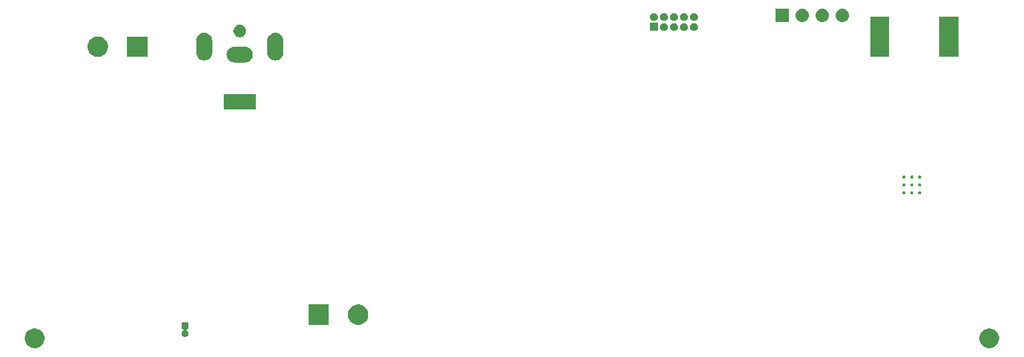
<source format=gbs>
G04 #@! TF.GenerationSoftware,KiCad,Pcbnew,5.0.2-5.0.2*
G04 #@! TF.CreationDate,2019-03-08T22:42:58+01:00*
G04 #@! TF.ProjectId,motherboard,6d6f7468-6572-4626-9f61-72642e6b6963,rev?*
G04 #@! TF.SameCoordinates,Original*
G04 #@! TF.FileFunction,Soldermask,Bot*
G04 #@! TF.FilePolarity,Negative*
%FSLAX46Y46*%
G04 Gerber Fmt 4.6, Leading zero omitted, Abs format (unit mm)*
G04 Created by KiCad (PCBNEW 5.0.2-5.0.2) date Fri 08 Mar 2019 10:42:58 PM CET*
%MOMM*%
%LPD*%
G01*
G04 APERTURE LIST*
%ADD10C,0.100000*%
G04 APERTURE END LIST*
D10*
G36*
X185364612Y-120798037D02*
X185592096Y-120892264D01*
X185796831Y-121029064D01*
X185970936Y-121203169D01*
X186107736Y-121407904D01*
X186201963Y-121635388D01*
X186250000Y-121876885D01*
X186250000Y-122123115D01*
X186201963Y-122364612D01*
X186107736Y-122592096D01*
X185970936Y-122796831D01*
X185796831Y-122970936D01*
X185592096Y-123107736D01*
X185364612Y-123201963D01*
X185123115Y-123250000D01*
X184876885Y-123250000D01*
X184635388Y-123201963D01*
X184407904Y-123107736D01*
X184203169Y-122970936D01*
X184029064Y-122796831D01*
X183892264Y-122592096D01*
X183798037Y-122364612D01*
X183750000Y-122123115D01*
X183750000Y-121876885D01*
X183798037Y-121635388D01*
X183892264Y-121407904D01*
X184029064Y-121203169D01*
X184203169Y-121029064D01*
X184407904Y-120892264D01*
X184635388Y-120798037D01*
X184876885Y-120750000D01*
X185123115Y-120750000D01*
X185364612Y-120798037D01*
X185364612Y-120798037D01*
G37*
G36*
X64364612Y-120798037D02*
X64592096Y-120892264D01*
X64796831Y-121029064D01*
X64970936Y-121203169D01*
X65107736Y-121407904D01*
X65201963Y-121635388D01*
X65250000Y-121876885D01*
X65250000Y-122123115D01*
X65201963Y-122364612D01*
X65107736Y-122592096D01*
X64970936Y-122796831D01*
X64796831Y-122970936D01*
X64592096Y-123107736D01*
X64364612Y-123201963D01*
X64123115Y-123250000D01*
X63876885Y-123250000D01*
X63635388Y-123201963D01*
X63407904Y-123107736D01*
X63203169Y-122970936D01*
X63029064Y-122796831D01*
X62892264Y-122592096D01*
X62798037Y-122364612D01*
X62750000Y-122123115D01*
X62750000Y-121876885D01*
X62798037Y-121635388D01*
X62892264Y-121407904D01*
X63029064Y-121203169D01*
X63203169Y-121029064D01*
X63407904Y-120892264D01*
X63635388Y-120798037D01*
X63876885Y-120750000D01*
X64123115Y-120750000D01*
X64364612Y-120798037D01*
X64364612Y-120798037D01*
G37*
G36*
X83483000Y-120821000D02*
X83376643Y-120821000D01*
X83352257Y-120823402D01*
X83328808Y-120830515D01*
X83307197Y-120842066D01*
X83288255Y-120857612D01*
X83272709Y-120876554D01*
X83261158Y-120898165D01*
X83254045Y-120921614D01*
X83251643Y-120946000D01*
X83254045Y-120970386D01*
X83261158Y-120993835D01*
X83272709Y-121015446D01*
X83297341Y-121042624D01*
X83359974Y-121094026D01*
X83413086Y-121158743D01*
X83452549Y-121232573D01*
X83476851Y-121312684D01*
X83485056Y-121396000D01*
X83476851Y-121479316D01*
X83452549Y-121559427D01*
X83413086Y-121633257D01*
X83413084Y-121633260D01*
X83359974Y-121697974D01*
X83295260Y-121751084D01*
X83295258Y-121751085D01*
X83295257Y-121751086D01*
X83221427Y-121790549D01*
X83141316Y-121814851D01*
X83078878Y-121821000D01*
X83037122Y-121821000D01*
X82974684Y-121814851D01*
X82894573Y-121790549D01*
X82820743Y-121751086D01*
X82820742Y-121751085D01*
X82820740Y-121751084D01*
X82756026Y-121697974D01*
X82702916Y-121633260D01*
X82702914Y-121633257D01*
X82663451Y-121559427D01*
X82639149Y-121479316D01*
X82630944Y-121396000D01*
X82639149Y-121312684D01*
X82663451Y-121232573D01*
X82702914Y-121158743D01*
X82756026Y-121094026D01*
X82818660Y-121042623D01*
X82835984Y-121025299D01*
X82849597Y-121004924D01*
X82858975Y-120982285D01*
X82863755Y-120958252D01*
X82863755Y-120933747D01*
X82858974Y-120909714D01*
X82849597Y-120887075D01*
X82835983Y-120866700D01*
X82818656Y-120849373D01*
X82798281Y-120835760D01*
X82775642Y-120826382D01*
X82739357Y-120821000D01*
X82633000Y-120821000D01*
X82633000Y-119971000D01*
X83483000Y-119971000D01*
X83483000Y-120821000D01*
X83483000Y-120821000D01*
G37*
G36*
X101300000Y-120300000D02*
X98700000Y-120300000D01*
X98700000Y-117700000D01*
X101300000Y-117700000D01*
X101300000Y-120300000D01*
X101300000Y-120300000D01*
G37*
G36*
X105379196Y-117749958D02*
X105615780Y-117847954D01*
X105828705Y-117990226D01*
X106009774Y-118171295D01*
X106152046Y-118384220D01*
X106250042Y-118620804D01*
X106300000Y-118871960D01*
X106300000Y-119128040D01*
X106250042Y-119379196D01*
X106152046Y-119615780D01*
X106009774Y-119828705D01*
X105828705Y-120009774D01*
X105615780Y-120152046D01*
X105379196Y-120250042D01*
X105128040Y-120300000D01*
X104871960Y-120300000D01*
X104620804Y-120250042D01*
X104384220Y-120152046D01*
X104171295Y-120009774D01*
X103990226Y-119828705D01*
X103847954Y-119615780D01*
X103749958Y-119379196D01*
X103700000Y-119128040D01*
X103700000Y-118871960D01*
X103749958Y-118620804D01*
X103847954Y-118384220D01*
X103990226Y-118171295D01*
X104171295Y-117990226D01*
X104384220Y-117847954D01*
X104620804Y-117749958D01*
X104871960Y-117700000D01*
X105128040Y-117700000D01*
X105379196Y-117749958D01*
X105379196Y-117749958D01*
G37*
G36*
X174238337Y-103351685D02*
X174274732Y-103366760D01*
X174274733Y-103366761D01*
X174274736Y-103366762D01*
X174307493Y-103388650D01*
X174307497Y-103388653D01*
X174335347Y-103416503D01*
X174335349Y-103416506D01*
X174335350Y-103416507D01*
X174357238Y-103449264D01*
X174357239Y-103449267D01*
X174357240Y-103449268D01*
X174372315Y-103485663D01*
X174380000Y-103524299D01*
X174380000Y-103563701D01*
X174372315Y-103602337D01*
X174357240Y-103638732D01*
X174357238Y-103638736D01*
X174335350Y-103671493D01*
X174335347Y-103671497D01*
X174307497Y-103699347D01*
X174307494Y-103699349D01*
X174307493Y-103699350D01*
X174274736Y-103721238D01*
X174274733Y-103721239D01*
X174274732Y-103721240D01*
X174238337Y-103736315D01*
X174199701Y-103744000D01*
X174160299Y-103744000D01*
X174121663Y-103736315D01*
X174085268Y-103721240D01*
X174085267Y-103721239D01*
X174085264Y-103721238D01*
X174052507Y-103699350D01*
X174052506Y-103699349D01*
X174052503Y-103699347D01*
X174024653Y-103671497D01*
X174024650Y-103671493D01*
X174002762Y-103638736D01*
X174002760Y-103638732D01*
X173987685Y-103602337D01*
X173980000Y-103563701D01*
X173980000Y-103524299D01*
X173987685Y-103485663D01*
X174002760Y-103449268D01*
X174002761Y-103449267D01*
X174002762Y-103449264D01*
X174024650Y-103416507D01*
X174024651Y-103416506D01*
X174024653Y-103416503D01*
X174052503Y-103388653D01*
X174052507Y-103388650D01*
X174085264Y-103366762D01*
X174085267Y-103366761D01*
X174085268Y-103366760D01*
X174121663Y-103351685D01*
X174160299Y-103344000D01*
X174199701Y-103344000D01*
X174238337Y-103351685D01*
X174238337Y-103351685D01*
G37*
G36*
X175238337Y-103351685D02*
X175274732Y-103366760D01*
X175274733Y-103366761D01*
X175274736Y-103366762D01*
X175307493Y-103388650D01*
X175307497Y-103388653D01*
X175335347Y-103416503D01*
X175335349Y-103416506D01*
X175335350Y-103416507D01*
X175357238Y-103449264D01*
X175357239Y-103449267D01*
X175357240Y-103449268D01*
X175372315Y-103485663D01*
X175380000Y-103524299D01*
X175380000Y-103563701D01*
X175372315Y-103602337D01*
X175357240Y-103638732D01*
X175357238Y-103638736D01*
X175335350Y-103671493D01*
X175335347Y-103671497D01*
X175307497Y-103699347D01*
X175307494Y-103699349D01*
X175307493Y-103699350D01*
X175274736Y-103721238D01*
X175274733Y-103721239D01*
X175274732Y-103721240D01*
X175238337Y-103736315D01*
X175199701Y-103744000D01*
X175160299Y-103744000D01*
X175121663Y-103736315D01*
X175085268Y-103721240D01*
X175085267Y-103721239D01*
X175085264Y-103721238D01*
X175052507Y-103699350D01*
X175052506Y-103699349D01*
X175052503Y-103699347D01*
X175024653Y-103671497D01*
X175024650Y-103671493D01*
X175002762Y-103638736D01*
X175002760Y-103638732D01*
X174987685Y-103602337D01*
X174980000Y-103563701D01*
X174980000Y-103524299D01*
X174987685Y-103485663D01*
X175002760Y-103449268D01*
X175002761Y-103449267D01*
X175002762Y-103449264D01*
X175024650Y-103416507D01*
X175024651Y-103416506D01*
X175024653Y-103416503D01*
X175052503Y-103388653D01*
X175052507Y-103388650D01*
X175085264Y-103366762D01*
X175085267Y-103366761D01*
X175085268Y-103366760D01*
X175121663Y-103351685D01*
X175160299Y-103344000D01*
X175199701Y-103344000D01*
X175238337Y-103351685D01*
X175238337Y-103351685D01*
G37*
G36*
X176238337Y-103351685D02*
X176274732Y-103366760D01*
X176274733Y-103366761D01*
X176274736Y-103366762D01*
X176307493Y-103388650D01*
X176307497Y-103388653D01*
X176335347Y-103416503D01*
X176335349Y-103416506D01*
X176335350Y-103416507D01*
X176357238Y-103449264D01*
X176357239Y-103449267D01*
X176357240Y-103449268D01*
X176372315Y-103485663D01*
X176380000Y-103524299D01*
X176380000Y-103563701D01*
X176372315Y-103602337D01*
X176357240Y-103638732D01*
X176357238Y-103638736D01*
X176335350Y-103671493D01*
X176335347Y-103671497D01*
X176307497Y-103699347D01*
X176307494Y-103699349D01*
X176307493Y-103699350D01*
X176274736Y-103721238D01*
X176274733Y-103721239D01*
X176274732Y-103721240D01*
X176238337Y-103736315D01*
X176199701Y-103744000D01*
X176160299Y-103744000D01*
X176121663Y-103736315D01*
X176085268Y-103721240D01*
X176085267Y-103721239D01*
X176085264Y-103721238D01*
X176052507Y-103699350D01*
X176052506Y-103699349D01*
X176052503Y-103699347D01*
X176024653Y-103671497D01*
X176024650Y-103671493D01*
X176002762Y-103638736D01*
X176002760Y-103638732D01*
X175987685Y-103602337D01*
X175980000Y-103563701D01*
X175980000Y-103524299D01*
X175987685Y-103485663D01*
X176002760Y-103449268D01*
X176002761Y-103449267D01*
X176002762Y-103449264D01*
X176024650Y-103416507D01*
X176024651Y-103416506D01*
X176024653Y-103416503D01*
X176052503Y-103388653D01*
X176052507Y-103388650D01*
X176085264Y-103366762D01*
X176085267Y-103366761D01*
X176085268Y-103366760D01*
X176121663Y-103351685D01*
X176160299Y-103344000D01*
X176199701Y-103344000D01*
X176238337Y-103351685D01*
X176238337Y-103351685D01*
G37*
G36*
X176238337Y-102351685D02*
X176274732Y-102366760D01*
X176274733Y-102366761D01*
X176274736Y-102366762D01*
X176307493Y-102388650D01*
X176307497Y-102388653D01*
X176335347Y-102416503D01*
X176335349Y-102416506D01*
X176335350Y-102416507D01*
X176357238Y-102449264D01*
X176357239Y-102449267D01*
X176357240Y-102449268D01*
X176372315Y-102485663D01*
X176380000Y-102524299D01*
X176380000Y-102563701D01*
X176372315Y-102602337D01*
X176357240Y-102638732D01*
X176357238Y-102638736D01*
X176335350Y-102671493D01*
X176335347Y-102671497D01*
X176307497Y-102699347D01*
X176307494Y-102699349D01*
X176307493Y-102699350D01*
X176274736Y-102721238D01*
X176274733Y-102721239D01*
X176274732Y-102721240D01*
X176238337Y-102736315D01*
X176199701Y-102744000D01*
X176160299Y-102744000D01*
X176121663Y-102736315D01*
X176085268Y-102721240D01*
X176085267Y-102721239D01*
X176085264Y-102721238D01*
X176052507Y-102699350D01*
X176052506Y-102699349D01*
X176052503Y-102699347D01*
X176024653Y-102671497D01*
X176024650Y-102671493D01*
X176002762Y-102638736D01*
X176002760Y-102638732D01*
X175987685Y-102602337D01*
X175980000Y-102563701D01*
X175980000Y-102524299D01*
X175987685Y-102485663D01*
X176002760Y-102449268D01*
X176002761Y-102449267D01*
X176002762Y-102449264D01*
X176024650Y-102416507D01*
X176024651Y-102416506D01*
X176024653Y-102416503D01*
X176052503Y-102388653D01*
X176052507Y-102388650D01*
X176085264Y-102366762D01*
X176085267Y-102366761D01*
X176085268Y-102366760D01*
X176121663Y-102351685D01*
X176160299Y-102344000D01*
X176199701Y-102344000D01*
X176238337Y-102351685D01*
X176238337Y-102351685D01*
G37*
G36*
X175238337Y-102351685D02*
X175274732Y-102366760D01*
X175274733Y-102366761D01*
X175274736Y-102366762D01*
X175307493Y-102388650D01*
X175307497Y-102388653D01*
X175335347Y-102416503D01*
X175335349Y-102416506D01*
X175335350Y-102416507D01*
X175357238Y-102449264D01*
X175357239Y-102449267D01*
X175357240Y-102449268D01*
X175372315Y-102485663D01*
X175380000Y-102524299D01*
X175380000Y-102563701D01*
X175372315Y-102602337D01*
X175357240Y-102638732D01*
X175357238Y-102638736D01*
X175335350Y-102671493D01*
X175335347Y-102671497D01*
X175307497Y-102699347D01*
X175307494Y-102699349D01*
X175307493Y-102699350D01*
X175274736Y-102721238D01*
X175274733Y-102721239D01*
X175274732Y-102721240D01*
X175238337Y-102736315D01*
X175199701Y-102744000D01*
X175160299Y-102744000D01*
X175121663Y-102736315D01*
X175085268Y-102721240D01*
X175085267Y-102721239D01*
X175085264Y-102721238D01*
X175052507Y-102699350D01*
X175052506Y-102699349D01*
X175052503Y-102699347D01*
X175024653Y-102671497D01*
X175024650Y-102671493D01*
X175002762Y-102638736D01*
X175002760Y-102638732D01*
X174987685Y-102602337D01*
X174980000Y-102563701D01*
X174980000Y-102524299D01*
X174987685Y-102485663D01*
X175002760Y-102449268D01*
X175002761Y-102449267D01*
X175002762Y-102449264D01*
X175024650Y-102416507D01*
X175024651Y-102416506D01*
X175024653Y-102416503D01*
X175052503Y-102388653D01*
X175052507Y-102388650D01*
X175085264Y-102366762D01*
X175085267Y-102366761D01*
X175085268Y-102366760D01*
X175121663Y-102351685D01*
X175160299Y-102344000D01*
X175199701Y-102344000D01*
X175238337Y-102351685D01*
X175238337Y-102351685D01*
G37*
G36*
X174238337Y-102351685D02*
X174274732Y-102366760D01*
X174274733Y-102366761D01*
X174274736Y-102366762D01*
X174307493Y-102388650D01*
X174307497Y-102388653D01*
X174335347Y-102416503D01*
X174335349Y-102416506D01*
X174335350Y-102416507D01*
X174357238Y-102449264D01*
X174357239Y-102449267D01*
X174357240Y-102449268D01*
X174372315Y-102485663D01*
X174380000Y-102524299D01*
X174380000Y-102563701D01*
X174372315Y-102602337D01*
X174357240Y-102638732D01*
X174357238Y-102638736D01*
X174335350Y-102671493D01*
X174335347Y-102671497D01*
X174307497Y-102699347D01*
X174307494Y-102699349D01*
X174307493Y-102699350D01*
X174274736Y-102721238D01*
X174274733Y-102721239D01*
X174274732Y-102721240D01*
X174238337Y-102736315D01*
X174199701Y-102744000D01*
X174160299Y-102744000D01*
X174121663Y-102736315D01*
X174085268Y-102721240D01*
X174085267Y-102721239D01*
X174085264Y-102721238D01*
X174052507Y-102699350D01*
X174052506Y-102699349D01*
X174052503Y-102699347D01*
X174024653Y-102671497D01*
X174024650Y-102671493D01*
X174002762Y-102638736D01*
X174002760Y-102638732D01*
X173987685Y-102602337D01*
X173980000Y-102563701D01*
X173980000Y-102524299D01*
X173987685Y-102485663D01*
X174002760Y-102449268D01*
X174002761Y-102449267D01*
X174002762Y-102449264D01*
X174024650Y-102416507D01*
X174024651Y-102416506D01*
X174024653Y-102416503D01*
X174052503Y-102388653D01*
X174052507Y-102388650D01*
X174085264Y-102366762D01*
X174085267Y-102366761D01*
X174085268Y-102366760D01*
X174121663Y-102351685D01*
X174160299Y-102344000D01*
X174199701Y-102344000D01*
X174238337Y-102351685D01*
X174238337Y-102351685D01*
G37*
G36*
X175238337Y-101351685D02*
X175274732Y-101366760D01*
X175274733Y-101366761D01*
X175274736Y-101366762D01*
X175307493Y-101388650D01*
X175307497Y-101388653D01*
X175335347Y-101416503D01*
X175335349Y-101416506D01*
X175335350Y-101416507D01*
X175357238Y-101449264D01*
X175357239Y-101449267D01*
X175357240Y-101449268D01*
X175372315Y-101485663D01*
X175380000Y-101524299D01*
X175380000Y-101563701D01*
X175372315Y-101602337D01*
X175357240Y-101638732D01*
X175357238Y-101638736D01*
X175335350Y-101671493D01*
X175335347Y-101671497D01*
X175307497Y-101699347D01*
X175307494Y-101699349D01*
X175307493Y-101699350D01*
X175274736Y-101721238D01*
X175274733Y-101721239D01*
X175274732Y-101721240D01*
X175238337Y-101736315D01*
X175199701Y-101744000D01*
X175160299Y-101744000D01*
X175121663Y-101736315D01*
X175085268Y-101721240D01*
X175085267Y-101721239D01*
X175085264Y-101721238D01*
X175052507Y-101699350D01*
X175052506Y-101699349D01*
X175052503Y-101699347D01*
X175024653Y-101671497D01*
X175024650Y-101671493D01*
X175002762Y-101638736D01*
X175002760Y-101638732D01*
X174987685Y-101602337D01*
X174980000Y-101563701D01*
X174980000Y-101524299D01*
X174987685Y-101485663D01*
X175002760Y-101449268D01*
X175002761Y-101449267D01*
X175002762Y-101449264D01*
X175024650Y-101416507D01*
X175024651Y-101416506D01*
X175024653Y-101416503D01*
X175052503Y-101388653D01*
X175052507Y-101388650D01*
X175085264Y-101366762D01*
X175085267Y-101366761D01*
X175085268Y-101366760D01*
X175121663Y-101351685D01*
X175160299Y-101344000D01*
X175199701Y-101344000D01*
X175238337Y-101351685D01*
X175238337Y-101351685D01*
G37*
G36*
X176238337Y-101351685D02*
X176274732Y-101366760D01*
X176274733Y-101366761D01*
X176274736Y-101366762D01*
X176307493Y-101388650D01*
X176307497Y-101388653D01*
X176335347Y-101416503D01*
X176335349Y-101416506D01*
X176335350Y-101416507D01*
X176357238Y-101449264D01*
X176357239Y-101449267D01*
X176357240Y-101449268D01*
X176372315Y-101485663D01*
X176380000Y-101524299D01*
X176380000Y-101563701D01*
X176372315Y-101602337D01*
X176357240Y-101638732D01*
X176357238Y-101638736D01*
X176335350Y-101671493D01*
X176335347Y-101671497D01*
X176307497Y-101699347D01*
X176307494Y-101699349D01*
X176307493Y-101699350D01*
X176274736Y-101721238D01*
X176274733Y-101721239D01*
X176274732Y-101721240D01*
X176238337Y-101736315D01*
X176199701Y-101744000D01*
X176160299Y-101744000D01*
X176121663Y-101736315D01*
X176085268Y-101721240D01*
X176085267Y-101721239D01*
X176085264Y-101721238D01*
X176052507Y-101699350D01*
X176052506Y-101699349D01*
X176052503Y-101699347D01*
X176024653Y-101671497D01*
X176024650Y-101671493D01*
X176002762Y-101638736D01*
X176002760Y-101638732D01*
X175987685Y-101602337D01*
X175980000Y-101563701D01*
X175980000Y-101524299D01*
X175987685Y-101485663D01*
X176002760Y-101449268D01*
X176002761Y-101449267D01*
X176002762Y-101449264D01*
X176024650Y-101416507D01*
X176024651Y-101416506D01*
X176024653Y-101416503D01*
X176052503Y-101388653D01*
X176052507Y-101388650D01*
X176085264Y-101366762D01*
X176085267Y-101366761D01*
X176085268Y-101366760D01*
X176121663Y-101351685D01*
X176160299Y-101344000D01*
X176199701Y-101344000D01*
X176238337Y-101351685D01*
X176238337Y-101351685D01*
G37*
G36*
X174238337Y-101351685D02*
X174274732Y-101366760D01*
X174274733Y-101366761D01*
X174274736Y-101366762D01*
X174307493Y-101388650D01*
X174307497Y-101388653D01*
X174335347Y-101416503D01*
X174335349Y-101416506D01*
X174335350Y-101416507D01*
X174357238Y-101449264D01*
X174357239Y-101449267D01*
X174357240Y-101449268D01*
X174372315Y-101485663D01*
X174380000Y-101524299D01*
X174380000Y-101563701D01*
X174372315Y-101602337D01*
X174357240Y-101638732D01*
X174357238Y-101638736D01*
X174335350Y-101671493D01*
X174335347Y-101671497D01*
X174307497Y-101699347D01*
X174307494Y-101699349D01*
X174307493Y-101699350D01*
X174274736Y-101721238D01*
X174274733Y-101721239D01*
X174274732Y-101721240D01*
X174238337Y-101736315D01*
X174199701Y-101744000D01*
X174160299Y-101744000D01*
X174121663Y-101736315D01*
X174085268Y-101721240D01*
X174085267Y-101721239D01*
X174085264Y-101721238D01*
X174052507Y-101699350D01*
X174052506Y-101699349D01*
X174052503Y-101699347D01*
X174024653Y-101671497D01*
X174024650Y-101671493D01*
X174002762Y-101638736D01*
X174002760Y-101638732D01*
X173987685Y-101602337D01*
X173980000Y-101563701D01*
X173980000Y-101524299D01*
X173987685Y-101485663D01*
X174002760Y-101449268D01*
X174002761Y-101449267D01*
X174002762Y-101449264D01*
X174024650Y-101416507D01*
X174024651Y-101416506D01*
X174024653Y-101416503D01*
X174052503Y-101388653D01*
X174052507Y-101388650D01*
X174085264Y-101366762D01*
X174085267Y-101366761D01*
X174085268Y-101366760D01*
X174121663Y-101351685D01*
X174160299Y-101344000D01*
X174199701Y-101344000D01*
X174238337Y-101351685D01*
X174238337Y-101351685D01*
G37*
G36*
X92000000Y-93000000D02*
X88000000Y-93000000D01*
X88000000Y-91000000D01*
X92000000Y-91000000D01*
X92000000Y-93000000D01*
X92000000Y-93000000D01*
G37*
G36*
X90846030Y-85014469D02*
X90846033Y-85014470D01*
X90846034Y-85014470D01*
X91034535Y-85071651D01*
X91034537Y-85071652D01*
X91208260Y-85164509D01*
X91360528Y-85289472D01*
X91485491Y-85441740D01*
X91485492Y-85441742D01*
X91578349Y-85615465D01*
X91634060Y-85799120D01*
X91635531Y-85803970D01*
X91654838Y-86000000D01*
X91635531Y-86196030D01*
X91635530Y-86196033D01*
X91635530Y-86196034D01*
X91601487Y-86308260D01*
X91578348Y-86384537D01*
X91485491Y-86558260D01*
X91360528Y-86710528D01*
X91208260Y-86835491D01*
X91208258Y-86835492D01*
X91034535Y-86928349D01*
X90846034Y-86985530D01*
X90846033Y-86985530D01*
X90846030Y-86985531D01*
X90699124Y-87000000D01*
X89300876Y-87000000D01*
X89153970Y-86985531D01*
X89153967Y-86985530D01*
X89153966Y-86985530D01*
X88965465Y-86928349D01*
X88791742Y-86835492D01*
X88791740Y-86835491D01*
X88639472Y-86710528D01*
X88514509Y-86558260D01*
X88421652Y-86384537D01*
X88398514Y-86308260D01*
X88364470Y-86196034D01*
X88364470Y-86196033D01*
X88364469Y-86196030D01*
X88345162Y-86000000D01*
X88364469Y-85803970D01*
X88365940Y-85799120D01*
X88421651Y-85615465D01*
X88514508Y-85441742D01*
X88514509Y-85441740D01*
X88639472Y-85289472D01*
X88791740Y-85164509D01*
X88965463Y-85071652D01*
X88965465Y-85071651D01*
X89153966Y-85014470D01*
X89153967Y-85014470D01*
X89153970Y-85014469D01*
X89300876Y-85000000D01*
X90699124Y-85000000D01*
X90846030Y-85014469D01*
X90846030Y-85014469D01*
G37*
G36*
X85696030Y-83264469D02*
X85696033Y-83264470D01*
X85696034Y-83264470D01*
X85884535Y-83321651D01*
X85884537Y-83321652D01*
X86058260Y-83414509D01*
X86210528Y-83539472D01*
X86335491Y-83691740D01*
X86335492Y-83691742D01*
X86428349Y-83865465D01*
X86485530Y-84053966D01*
X86485531Y-84053970D01*
X86500000Y-84200876D01*
X86500000Y-85799124D01*
X86485531Y-85946030D01*
X86485530Y-85946033D01*
X86485530Y-85946034D01*
X86466195Y-86009774D01*
X86428348Y-86134537D01*
X86335491Y-86308260D01*
X86210528Y-86460528D01*
X86058258Y-86585493D01*
X85884539Y-86678347D01*
X85884536Y-86678348D01*
X85884534Y-86678349D01*
X85696033Y-86735530D01*
X85696032Y-86735530D01*
X85696029Y-86735531D01*
X85500000Y-86754838D01*
X85303970Y-86735531D01*
X85303967Y-86735530D01*
X85303966Y-86735530D01*
X85115465Y-86678349D01*
X84941742Y-86585492D01*
X84941740Y-86585491D01*
X84789472Y-86460528D01*
X84664507Y-86308258D01*
X84571653Y-86134539D01*
X84514471Y-85946034D01*
X84514470Y-85946033D01*
X84514470Y-85946032D01*
X84514469Y-85946029D01*
X84500000Y-85799123D01*
X84500000Y-84200876D01*
X84514469Y-84053965D01*
X84571651Y-83865467D01*
X84664510Y-83691740D01*
X84789473Y-83539472D01*
X84941741Y-83414509D01*
X85115464Y-83321652D01*
X85115466Y-83321651D01*
X85303967Y-83264470D01*
X85303968Y-83264470D01*
X85303971Y-83264469D01*
X85500000Y-83245162D01*
X85696030Y-83264469D01*
X85696030Y-83264469D01*
G37*
G36*
X94696030Y-83264469D02*
X94696033Y-83264470D01*
X94696034Y-83264470D01*
X94884535Y-83321651D01*
X94884537Y-83321652D01*
X95058260Y-83414509D01*
X95210528Y-83539472D01*
X95335491Y-83691740D01*
X95335492Y-83691742D01*
X95428349Y-83865465D01*
X95485530Y-84053966D01*
X95485531Y-84053970D01*
X95500000Y-84200876D01*
X95500000Y-85799124D01*
X95485531Y-85946030D01*
X95485530Y-85946033D01*
X95485530Y-85946034D01*
X95466195Y-86009774D01*
X95428348Y-86134537D01*
X95335491Y-86308260D01*
X95210528Y-86460528D01*
X95058258Y-86585493D01*
X94884539Y-86678347D01*
X94884536Y-86678348D01*
X94884534Y-86678349D01*
X94696033Y-86735530D01*
X94696032Y-86735530D01*
X94696029Y-86735531D01*
X94500000Y-86754838D01*
X94303970Y-86735531D01*
X94303967Y-86735530D01*
X94303966Y-86735530D01*
X94115465Y-86678349D01*
X93941742Y-86585492D01*
X93941740Y-86585491D01*
X93789472Y-86460528D01*
X93664507Y-86308258D01*
X93571653Y-86134539D01*
X93514471Y-85946034D01*
X93514470Y-85946033D01*
X93514470Y-85946032D01*
X93514469Y-85946029D01*
X93500000Y-85799123D01*
X93500000Y-84200876D01*
X93514469Y-84053965D01*
X93571651Y-83865467D01*
X93664510Y-83691740D01*
X93789473Y-83539472D01*
X93941741Y-83414509D01*
X94115464Y-83321652D01*
X94115466Y-83321651D01*
X94303967Y-83264470D01*
X94303968Y-83264470D01*
X94303971Y-83264469D01*
X94500000Y-83245162D01*
X94696030Y-83264469D01*
X94696030Y-83264469D01*
G37*
G36*
X181090000Y-86320000D02*
X178670000Y-86320000D01*
X178670000Y-81240000D01*
X181090000Y-81240000D01*
X181090000Y-86320000D01*
X181090000Y-86320000D01*
G37*
G36*
X172330000Y-86320000D02*
X169910000Y-86320000D01*
X169910000Y-81240000D01*
X172330000Y-81240000D01*
X172330000Y-86320000D01*
X172330000Y-86320000D01*
G37*
G36*
X78300000Y-86300000D02*
X75700000Y-86300000D01*
X75700000Y-83700000D01*
X78300000Y-83700000D01*
X78300000Y-86300000D01*
X78300000Y-86300000D01*
G37*
G36*
X72379196Y-83749958D02*
X72615780Y-83847954D01*
X72828705Y-83990226D01*
X73009774Y-84171295D01*
X73152046Y-84384220D01*
X73250042Y-84620804D01*
X73300000Y-84871960D01*
X73300000Y-85128040D01*
X73250042Y-85379196D01*
X73152046Y-85615780D01*
X73009774Y-85828705D01*
X72828705Y-86009774D01*
X72615780Y-86152046D01*
X72379196Y-86250042D01*
X72128040Y-86300000D01*
X71871960Y-86300000D01*
X71620804Y-86250042D01*
X71384220Y-86152046D01*
X71171295Y-86009774D01*
X70990226Y-85828705D01*
X70847954Y-85615780D01*
X70749958Y-85379196D01*
X70700000Y-85128040D01*
X70700000Y-84871960D01*
X70749958Y-84620804D01*
X70847954Y-84384220D01*
X70990226Y-84171295D01*
X71171295Y-83990226D01*
X71384220Y-83847954D01*
X71620804Y-83749958D01*
X71871960Y-83700000D01*
X72128040Y-83700000D01*
X72379196Y-83749958D01*
X72379196Y-83749958D01*
G37*
G36*
X90233352Y-82230743D02*
X90378941Y-82291048D01*
X90509973Y-82378601D01*
X90621399Y-82490027D01*
X90708952Y-82621059D01*
X90769257Y-82766648D01*
X90800000Y-82921205D01*
X90800000Y-83078795D01*
X90769257Y-83233352D01*
X90708952Y-83378941D01*
X90621399Y-83509973D01*
X90509973Y-83621399D01*
X90378941Y-83708952D01*
X90233352Y-83769257D01*
X90078795Y-83800000D01*
X89921205Y-83800000D01*
X89766648Y-83769257D01*
X89621059Y-83708952D01*
X89490027Y-83621399D01*
X89378601Y-83509973D01*
X89291048Y-83378941D01*
X89230743Y-83233352D01*
X89200000Y-83078795D01*
X89200000Y-82921205D01*
X89230743Y-82766648D01*
X89291048Y-82621059D01*
X89378601Y-82490027D01*
X89490027Y-82378601D01*
X89621059Y-82291048D01*
X89766648Y-82230743D01*
X89921205Y-82200000D01*
X90078795Y-82200000D01*
X90233352Y-82230743D01*
X90233352Y-82230743D01*
G37*
G36*
X142994000Y-83000000D02*
X141994000Y-83000000D01*
X141994000Y-82000000D01*
X142994000Y-82000000D01*
X142994000Y-83000000D01*
X142994000Y-83000000D01*
G37*
G36*
X147672015Y-82007234D02*
X147766268Y-82035825D01*
X147812697Y-82060643D01*
X147853129Y-82082254D01*
X147929264Y-82144736D01*
X147991746Y-82220871D01*
X148013357Y-82261303D01*
X148038175Y-82307732D01*
X148066766Y-82401985D01*
X148076419Y-82500000D01*
X148066766Y-82598015D01*
X148038175Y-82692268D01*
X148013357Y-82738697D01*
X147991746Y-82779129D01*
X147929264Y-82855264D01*
X147853129Y-82917746D01*
X147812697Y-82939357D01*
X147766268Y-82964175D01*
X147672015Y-82992766D01*
X147598564Y-83000000D01*
X147549436Y-83000000D01*
X147475985Y-82992766D01*
X147381732Y-82964175D01*
X147335303Y-82939357D01*
X147294871Y-82917746D01*
X147218736Y-82855264D01*
X147156254Y-82779129D01*
X147134643Y-82738697D01*
X147109825Y-82692268D01*
X147081234Y-82598015D01*
X147071581Y-82500000D01*
X147081234Y-82401985D01*
X147109825Y-82307732D01*
X147134643Y-82261303D01*
X147156254Y-82220871D01*
X147218736Y-82144736D01*
X147294871Y-82082254D01*
X147335303Y-82060643D01*
X147381732Y-82035825D01*
X147475985Y-82007234D01*
X147549436Y-82000000D01*
X147598564Y-82000000D01*
X147672015Y-82007234D01*
X147672015Y-82007234D01*
G37*
G36*
X146402015Y-82007234D02*
X146496268Y-82035825D01*
X146542697Y-82060643D01*
X146583129Y-82082254D01*
X146659264Y-82144736D01*
X146721746Y-82220871D01*
X146743357Y-82261303D01*
X146768175Y-82307732D01*
X146796766Y-82401985D01*
X146806419Y-82500000D01*
X146796766Y-82598015D01*
X146768175Y-82692268D01*
X146743357Y-82738697D01*
X146721746Y-82779129D01*
X146659264Y-82855264D01*
X146583129Y-82917746D01*
X146542697Y-82939357D01*
X146496268Y-82964175D01*
X146402015Y-82992766D01*
X146328564Y-83000000D01*
X146279436Y-83000000D01*
X146205985Y-82992766D01*
X146111732Y-82964175D01*
X146065303Y-82939357D01*
X146024871Y-82917746D01*
X145948736Y-82855264D01*
X145886254Y-82779129D01*
X145864643Y-82738697D01*
X145839825Y-82692268D01*
X145811234Y-82598015D01*
X145801581Y-82500000D01*
X145811234Y-82401985D01*
X145839825Y-82307732D01*
X145864643Y-82261303D01*
X145886254Y-82220871D01*
X145948736Y-82144736D01*
X146024871Y-82082254D01*
X146065303Y-82060643D01*
X146111732Y-82035825D01*
X146205985Y-82007234D01*
X146279436Y-82000000D01*
X146328564Y-82000000D01*
X146402015Y-82007234D01*
X146402015Y-82007234D01*
G37*
G36*
X145132015Y-82007234D02*
X145226268Y-82035825D01*
X145272697Y-82060643D01*
X145313129Y-82082254D01*
X145389264Y-82144736D01*
X145451746Y-82220871D01*
X145473357Y-82261303D01*
X145498175Y-82307732D01*
X145526766Y-82401985D01*
X145536419Y-82500000D01*
X145526766Y-82598015D01*
X145498175Y-82692268D01*
X145473357Y-82738697D01*
X145451746Y-82779129D01*
X145389264Y-82855264D01*
X145313129Y-82917746D01*
X145272697Y-82939357D01*
X145226268Y-82964175D01*
X145132015Y-82992766D01*
X145058564Y-83000000D01*
X145009436Y-83000000D01*
X144935985Y-82992766D01*
X144841732Y-82964175D01*
X144795303Y-82939357D01*
X144754871Y-82917746D01*
X144678736Y-82855264D01*
X144616254Y-82779129D01*
X144594643Y-82738697D01*
X144569825Y-82692268D01*
X144541234Y-82598015D01*
X144531581Y-82500000D01*
X144541234Y-82401985D01*
X144569825Y-82307732D01*
X144594643Y-82261303D01*
X144616254Y-82220871D01*
X144678736Y-82144736D01*
X144754871Y-82082254D01*
X144795303Y-82060643D01*
X144841732Y-82035825D01*
X144935985Y-82007234D01*
X145009436Y-82000000D01*
X145058564Y-82000000D01*
X145132015Y-82007234D01*
X145132015Y-82007234D01*
G37*
G36*
X143862015Y-82007234D02*
X143956268Y-82035825D01*
X144002697Y-82060643D01*
X144043129Y-82082254D01*
X144119264Y-82144736D01*
X144181746Y-82220871D01*
X144203357Y-82261303D01*
X144228175Y-82307732D01*
X144256766Y-82401985D01*
X144266419Y-82500000D01*
X144256766Y-82598015D01*
X144228175Y-82692268D01*
X144203357Y-82738697D01*
X144181746Y-82779129D01*
X144119264Y-82855264D01*
X144043129Y-82917746D01*
X144002697Y-82939357D01*
X143956268Y-82964175D01*
X143862015Y-82992766D01*
X143788564Y-83000000D01*
X143739436Y-83000000D01*
X143665985Y-82992766D01*
X143571732Y-82964175D01*
X143525303Y-82939357D01*
X143484871Y-82917746D01*
X143408736Y-82855264D01*
X143346254Y-82779129D01*
X143324643Y-82738697D01*
X143299825Y-82692268D01*
X143271234Y-82598015D01*
X143261581Y-82500000D01*
X143271234Y-82401985D01*
X143299825Y-82307732D01*
X143324643Y-82261303D01*
X143346254Y-82220871D01*
X143408736Y-82144736D01*
X143484871Y-82082254D01*
X143525303Y-82060643D01*
X143571732Y-82035825D01*
X143665985Y-82007234D01*
X143739436Y-82000000D01*
X143788564Y-82000000D01*
X143862015Y-82007234D01*
X143862015Y-82007234D01*
G37*
G36*
X159600000Y-81876000D02*
X157900000Y-81876000D01*
X157900000Y-80176000D01*
X159600000Y-80176000D01*
X159600000Y-81876000D01*
X159600000Y-81876000D01*
G37*
G36*
X161456630Y-80188299D02*
X161616855Y-80236903D01*
X161764520Y-80315831D01*
X161893949Y-80422051D01*
X162000169Y-80551480D01*
X162079097Y-80699145D01*
X162127701Y-80859370D01*
X162144112Y-81026000D01*
X162127701Y-81192630D01*
X162079097Y-81352855D01*
X162000169Y-81500520D01*
X161893949Y-81629949D01*
X161764520Y-81736169D01*
X161616855Y-81815097D01*
X161456630Y-81863701D01*
X161331752Y-81876000D01*
X161248248Y-81876000D01*
X161123370Y-81863701D01*
X160963145Y-81815097D01*
X160815480Y-81736169D01*
X160686051Y-81629949D01*
X160579831Y-81500520D01*
X160500903Y-81352855D01*
X160452299Y-81192630D01*
X160435888Y-81026000D01*
X160452299Y-80859370D01*
X160500903Y-80699145D01*
X160579831Y-80551480D01*
X160686051Y-80422051D01*
X160815480Y-80315831D01*
X160963145Y-80236903D01*
X161123370Y-80188299D01*
X161248248Y-80176000D01*
X161331752Y-80176000D01*
X161456630Y-80188299D01*
X161456630Y-80188299D01*
G37*
G36*
X163996630Y-80188299D02*
X164156855Y-80236903D01*
X164304520Y-80315831D01*
X164433949Y-80422051D01*
X164540169Y-80551480D01*
X164619097Y-80699145D01*
X164667701Y-80859370D01*
X164684112Y-81026000D01*
X164667701Y-81192630D01*
X164619097Y-81352855D01*
X164540169Y-81500520D01*
X164433949Y-81629949D01*
X164304520Y-81736169D01*
X164156855Y-81815097D01*
X163996630Y-81863701D01*
X163871752Y-81876000D01*
X163788248Y-81876000D01*
X163663370Y-81863701D01*
X163503145Y-81815097D01*
X163355480Y-81736169D01*
X163226051Y-81629949D01*
X163119831Y-81500520D01*
X163040903Y-81352855D01*
X162992299Y-81192630D01*
X162975888Y-81026000D01*
X162992299Y-80859370D01*
X163040903Y-80699145D01*
X163119831Y-80551480D01*
X163226051Y-80422051D01*
X163355480Y-80315831D01*
X163503145Y-80236903D01*
X163663370Y-80188299D01*
X163788248Y-80176000D01*
X163871752Y-80176000D01*
X163996630Y-80188299D01*
X163996630Y-80188299D01*
G37*
G36*
X166536630Y-80188299D02*
X166696855Y-80236903D01*
X166844520Y-80315831D01*
X166973949Y-80422051D01*
X167080169Y-80551480D01*
X167159097Y-80699145D01*
X167207701Y-80859370D01*
X167224112Y-81026000D01*
X167207701Y-81192630D01*
X167159097Y-81352855D01*
X167080169Y-81500520D01*
X166973949Y-81629949D01*
X166844520Y-81736169D01*
X166696855Y-81815097D01*
X166536630Y-81863701D01*
X166411752Y-81876000D01*
X166328248Y-81876000D01*
X166203370Y-81863701D01*
X166043145Y-81815097D01*
X165895480Y-81736169D01*
X165766051Y-81629949D01*
X165659831Y-81500520D01*
X165580903Y-81352855D01*
X165532299Y-81192630D01*
X165515888Y-81026000D01*
X165532299Y-80859370D01*
X165580903Y-80699145D01*
X165659831Y-80551480D01*
X165766051Y-80422051D01*
X165895480Y-80315831D01*
X166043145Y-80236903D01*
X166203370Y-80188299D01*
X166328248Y-80176000D01*
X166411752Y-80176000D01*
X166536630Y-80188299D01*
X166536630Y-80188299D01*
G37*
G36*
X147672015Y-80737234D02*
X147766268Y-80765825D01*
X147812697Y-80790643D01*
X147853129Y-80812254D01*
X147853131Y-80812255D01*
X147853130Y-80812255D01*
X147929264Y-80874736D01*
X147991745Y-80950870D01*
X148038175Y-81037732D01*
X148066766Y-81131985D01*
X148076419Y-81230000D01*
X148066766Y-81328015D01*
X148038175Y-81422268D01*
X148013357Y-81468697D01*
X147991746Y-81509129D01*
X147929264Y-81585264D01*
X147853129Y-81647746D01*
X147812697Y-81669357D01*
X147766268Y-81694175D01*
X147672015Y-81722766D01*
X147598564Y-81730000D01*
X147549436Y-81730000D01*
X147475985Y-81722766D01*
X147381732Y-81694175D01*
X147335303Y-81669357D01*
X147294871Y-81647746D01*
X147218736Y-81585264D01*
X147156254Y-81509129D01*
X147134643Y-81468697D01*
X147109825Y-81422268D01*
X147081234Y-81328015D01*
X147071581Y-81230000D01*
X147081234Y-81131985D01*
X147109825Y-81037732D01*
X147156255Y-80950870D01*
X147218736Y-80874736D01*
X147294870Y-80812255D01*
X147294869Y-80812255D01*
X147294871Y-80812254D01*
X147335303Y-80790643D01*
X147381732Y-80765825D01*
X147475985Y-80737234D01*
X147549436Y-80730000D01*
X147598564Y-80730000D01*
X147672015Y-80737234D01*
X147672015Y-80737234D01*
G37*
G36*
X146402015Y-80737234D02*
X146496268Y-80765825D01*
X146542697Y-80790643D01*
X146583129Y-80812254D01*
X146583131Y-80812255D01*
X146583130Y-80812255D01*
X146659264Y-80874736D01*
X146721745Y-80950870D01*
X146768175Y-81037732D01*
X146796766Y-81131985D01*
X146806419Y-81230000D01*
X146796766Y-81328015D01*
X146768175Y-81422268D01*
X146743357Y-81468697D01*
X146721746Y-81509129D01*
X146659264Y-81585264D01*
X146583129Y-81647746D01*
X146542697Y-81669357D01*
X146496268Y-81694175D01*
X146402015Y-81722766D01*
X146328564Y-81730000D01*
X146279436Y-81730000D01*
X146205985Y-81722766D01*
X146111732Y-81694175D01*
X146065303Y-81669357D01*
X146024871Y-81647746D01*
X145948736Y-81585264D01*
X145886254Y-81509129D01*
X145864643Y-81468697D01*
X145839825Y-81422268D01*
X145811234Y-81328015D01*
X145801581Y-81230000D01*
X145811234Y-81131985D01*
X145839825Y-81037732D01*
X145886255Y-80950870D01*
X145948736Y-80874736D01*
X146024870Y-80812255D01*
X146024869Y-80812255D01*
X146024871Y-80812254D01*
X146065303Y-80790643D01*
X146111732Y-80765825D01*
X146205985Y-80737234D01*
X146279436Y-80730000D01*
X146328564Y-80730000D01*
X146402015Y-80737234D01*
X146402015Y-80737234D01*
G37*
G36*
X143862015Y-80737234D02*
X143956268Y-80765825D01*
X144002697Y-80790643D01*
X144043129Y-80812254D01*
X144043131Y-80812255D01*
X144043130Y-80812255D01*
X144119264Y-80874736D01*
X144181745Y-80950870D01*
X144228175Y-81037732D01*
X144256766Y-81131985D01*
X144266419Y-81230000D01*
X144256766Y-81328015D01*
X144228175Y-81422268D01*
X144203357Y-81468697D01*
X144181746Y-81509129D01*
X144119264Y-81585264D01*
X144043129Y-81647746D01*
X144002697Y-81669357D01*
X143956268Y-81694175D01*
X143862015Y-81722766D01*
X143788564Y-81730000D01*
X143739436Y-81730000D01*
X143665985Y-81722766D01*
X143571732Y-81694175D01*
X143525303Y-81669357D01*
X143484871Y-81647746D01*
X143408736Y-81585264D01*
X143346254Y-81509129D01*
X143324643Y-81468697D01*
X143299825Y-81422268D01*
X143271234Y-81328015D01*
X143261581Y-81230000D01*
X143271234Y-81131985D01*
X143299825Y-81037732D01*
X143346255Y-80950870D01*
X143408736Y-80874736D01*
X143484870Y-80812255D01*
X143484869Y-80812255D01*
X143484871Y-80812254D01*
X143525303Y-80790643D01*
X143571732Y-80765825D01*
X143665985Y-80737234D01*
X143739436Y-80730000D01*
X143788564Y-80730000D01*
X143862015Y-80737234D01*
X143862015Y-80737234D01*
G37*
G36*
X145132015Y-80737234D02*
X145226268Y-80765825D01*
X145272697Y-80790643D01*
X145313129Y-80812254D01*
X145313131Y-80812255D01*
X145313130Y-80812255D01*
X145389264Y-80874736D01*
X145451745Y-80950870D01*
X145498175Y-81037732D01*
X145526766Y-81131985D01*
X145536419Y-81230000D01*
X145526766Y-81328015D01*
X145498175Y-81422268D01*
X145473357Y-81468697D01*
X145451746Y-81509129D01*
X145389264Y-81585264D01*
X145313129Y-81647746D01*
X145272697Y-81669357D01*
X145226268Y-81694175D01*
X145132015Y-81722766D01*
X145058564Y-81730000D01*
X145009436Y-81730000D01*
X144935985Y-81722766D01*
X144841732Y-81694175D01*
X144795303Y-81669357D01*
X144754871Y-81647746D01*
X144678736Y-81585264D01*
X144616254Y-81509129D01*
X144594643Y-81468697D01*
X144569825Y-81422268D01*
X144541234Y-81328015D01*
X144531581Y-81230000D01*
X144541234Y-81131985D01*
X144569825Y-81037732D01*
X144616255Y-80950870D01*
X144678736Y-80874736D01*
X144754870Y-80812255D01*
X144754869Y-80812255D01*
X144754871Y-80812254D01*
X144795303Y-80790643D01*
X144841732Y-80765825D01*
X144935985Y-80737234D01*
X145009436Y-80730000D01*
X145058564Y-80730000D01*
X145132015Y-80737234D01*
X145132015Y-80737234D01*
G37*
G36*
X142592015Y-80737234D02*
X142686268Y-80765825D01*
X142732697Y-80790643D01*
X142773129Y-80812254D01*
X142773131Y-80812255D01*
X142773130Y-80812255D01*
X142849264Y-80874736D01*
X142911745Y-80950870D01*
X142958175Y-81037732D01*
X142986766Y-81131985D01*
X142996419Y-81230000D01*
X142986766Y-81328015D01*
X142958175Y-81422268D01*
X142933357Y-81468697D01*
X142911746Y-81509129D01*
X142849264Y-81585264D01*
X142773129Y-81647746D01*
X142732697Y-81669357D01*
X142686268Y-81694175D01*
X142592015Y-81722766D01*
X142518564Y-81730000D01*
X142469436Y-81730000D01*
X142395985Y-81722766D01*
X142301732Y-81694175D01*
X142255303Y-81669357D01*
X142214871Y-81647746D01*
X142138736Y-81585264D01*
X142076254Y-81509129D01*
X142054643Y-81468697D01*
X142029825Y-81422268D01*
X142001234Y-81328015D01*
X141991581Y-81230000D01*
X142001234Y-81131985D01*
X142029825Y-81037732D01*
X142076255Y-80950870D01*
X142138736Y-80874736D01*
X142214870Y-80812255D01*
X142214869Y-80812255D01*
X142214871Y-80812254D01*
X142255303Y-80790643D01*
X142301732Y-80765825D01*
X142395985Y-80737234D01*
X142469436Y-80730000D01*
X142518564Y-80730000D01*
X142592015Y-80737234D01*
X142592015Y-80737234D01*
G37*
M02*

</source>
